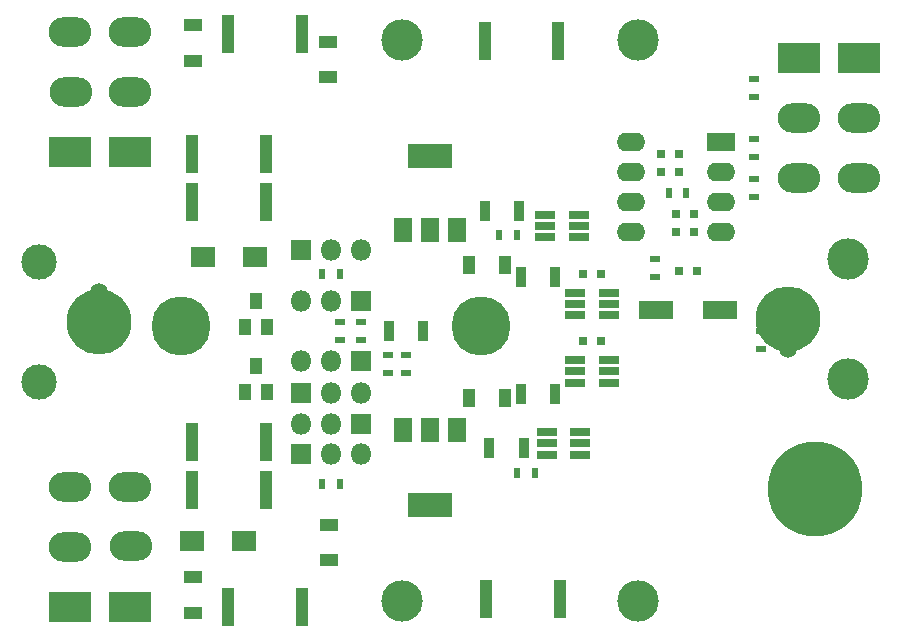
<source format=gts>
G04 #@! TF.FileFunction,Soldermask,Top*
%FSLAX46Y46*%
G04 Gerber Fmt 4.6, Leading zero omitted, Abs format (unit mm)*
G04 Created by KiCad (PCBNEW 4.0.2-stable) date 06/11/2017 10:09:17*
%MOMM*%
G01*
G04 APERTURE LIST*
%ADD10C,0.100000*%
%ADD11R,0.900000X1.700000*%
%ADD12R,2.400000X1.600000*%
%ADD13O,2.400000X1.600000*%
%ADD14R,1.660000X0.650000*%
%ADD15R,1.000000X1.600000*%
%ADD16R,0.900000X0.500000*%
%ADD17R,0.500000X0.900000*%
%ADD18R,0.800000X0.750000*%
%ADD19R,3.000000X1.600000*%
%ADD20R,1.600000X1.000000*%
%ADD21C,5.500000*%
%ADD22C,1.500000*%
%ADD23C,3.500000*%
%ADD24O,3.600000X2.500000*%
%ADD25R,3.600000X2.500000*%
%ADD26C,3.000000*%
%ADD27R,1.800000X1.800000*%
%ADD28O,1.800000X1.800000*%
%ADD29R,1.000000X3.200000*%
%ADD30C,8.000000*%
%ADD31R,2.100000X1.800000*%
%ADD32R,1.000000X1.400000*%
%ADD33R,3.800000X2.000000*%
%ADD34R,1.500000X2.000000*%
%ADD35C,5.000000*%
G04 APERTURE END LIST*
D10*
D11*
X192966000Y-186436000D03*
X190066000Y-186436000D03*
D12*
X207010000Y-165100000D03*
D13*
X199390000Y-172720000D03*
X207010000Y-167640000D03*
X199390000Y-170180000D03*
X207010000Y-170180000D03*
X199390000Y-167640000D03*
X207010000Y-172720000D03*
X199390000Y-165100000D03*
D14*
X194688000Y-183581000D03*
X194688000Y-184531000D03*
X194688000Y-185481000D03*
X197488000Y-185481000D03*
X197488000Y-183581000D03*
X197488000Y-184531000D03*
D15*
X185698000Y-186817000D03*
X188698000Y-186817000D03*
D16*
X176530000Y-180352000D03*
X176530000Y-181852000D03*
D14*
X195075000Y-191577000D03*
X195075000Y-190627000D03*
X195075000Y-189677000D03*
X192275000Y-189677000D03*
X192275000Y-191577000D03*
X192275000Y-190627000D03*
D16*
X209804000Y-159778000D03*
X209804000Y-161278000D03*
D17*
X191250000Y-193167000D03*
X189750000Y-193167000D03*
D18*
X204966000Y-176022000D03*
X203466000Y-176022000D03*
D19*
X206916000Y-179324000D03*
X201516000Y-179324000D03*
D18*
X203442000Y-167640000D03*
X201942000Y-167640000D03*
X203212000Y-171196000D03*
X204712000Y-171196000D03*
D15*
X188698000Y-175514000D03*
X185698000Y-175514000D03*
D18*
X203442000Y-166116000D03*
X201942000Y-166116000D03*
X203212000Y-172720000D03*
X204712000Y-172720000D03*
X196838000Y-176276000D03*
X195338000Y-176276000D03*
X195338000Y-181991000D03*
X196838000Y-181991000D03*
D20*
X173736000Y-159615000D03*
X173736000Y-156615000D03*
X173863000Y-200509000D03*
X173863000Y-197509000D03*
D21*
X212664000Y-180086000D03*
D22*
X212664000Y-182626000D03*
D23*
X217744000Y-185166000D03*
X217744000Y-175006000D03*
D24*
X218694000Y-168148000D03*
X218694000Y-163068000D03*
D25*
X218694000Y-157988000D03*
X213614000Y-157988000D03*
D24*
X213614000Y-163068000D03*
X213614000Y-168148000D03*
X151920000Y-155840000D03*
X152020000Y-160884000D03*
D25*
X151920000Y-166000000D03*
X157000000Y-166000000D03*
D24*
X157000000Y-160920000D03*
X157000000Y-155840000D03*
X151920000Y-194340000D03*
X151920000Y-199420000D03*
D25*
X151920000Y-204500000D03*
X157000000Y-204500000D03*
D24*
X157020000Y-199284000D03*
X157000000Y-194340000D03*
D21*
X154366000Y-180340000D03*
D22*
X154366000Y-177800000D03*
D26*
X149286000Y-175260000D03*
X149286000Y-185420000D03*
D27*
X171450000Y-174244000D03*
D28*
X173990000Y-174244000D03*
X176530000Y-174244000D03*
D27*
X171450000Y-186372500D03*
D28*
X173990000Y-186372500D03*
X176530000Y-186372500D03*
D27*
X176530000Y-178562000D03*
D28*
X173990000Y-178562000D03*
X171450000Y-178562000D03*
D27*
X176530000Y-183642000D03*
D28*
X173990000Y-183642000D03*
X171450000Y-183642000D03*
D16*
X210439000Y-182614000D03*
X210439000Y-181114000D03*
X209804000Y-169787000D03*
X209804000Y-168287000D03*
D29*
X165302000Y-155956000D03*
X171502000Y-155956000D03*
X171502000Y-204470000D03*
X165302000Y-204470000D03*
D16*
X201422000Y-175018000D03*
X201422000Y-176518000D03*
X209804000Y-166358000D03*
X209804000Y-164858000D03*
D11*
X190066000Y-176530000D03*
X192966000Y-176530000D03*
D17*
X188226000Y-172974000D03*
X189726000Y-172974000D03*
D29*
X162254000Y-170180000D03*
X168454000Y-170180000D03*
X168454000Y-190500000D03*
X162254000Y-190500000D03*
X162254000Y-166116000D03*
X168454000Y-166116000D03*
X168454000Y-194564000D03*
X162254000Y-194564000D03*
X187019000Y-156591000D03*
X193219000Y-156591000D03*
X187146000Y-203835000D03*
X193346000Y-203835000D03*
D30*
X215000000Y-194500000D03*
D23*
X200000000Y-156500000D03*
X180000000Y-156500000D03*
X200000000Y-204000000D03*
D16*
X174752000Y-180352000D03*
X174752000Y-181852000D03*
D23*
X180000000Y-204000000D03*
D20*
X162306000Y-158218000D03*
X162306000Y-155218000D03*
X162306000Y-201954000D03*
X162306000Y-204954000D03*
D31*
X163154000Y-174879000D03*
X167554000Y-174879000D03*
X166665000Y-198882000D03*
X162265000Y-198882000D03*
D32*
X166690000Y-180805000D03*
X168590000Y-180805000D03*
X167640000Y-178605000D03*
X166690000Y-186266000D03*
X168590000Y-186266000D03*
X167640000Y-184066000D03*
D33*
X182372000Y-166268000D03*
D34*
X182372000Y-172568000D03*
X184672000Y-172568000D03*
X180072000Y-172568000D03*
D33*
X182372000Y-195809000D03*
D34*
X182372000Y-189509000D03*
X180072000Y-189509000D03*
X184672000Y-189509000D03*
D17*
X204077000Y-169418000D03*
X202577000Y-169418000D03*
D11*
X181790000Y-181102000D03*
X178890000Y-181102000D03*
D16*
X178816000Y-184646000D03*
X178816000Y-183146000D03*
D14*
X194948000Y-173162000D03*
X194948000Y-172212000D03*
X194948000Y-171262000D03*
X192148000Y-171262000D03*
X192148000Y-173162000D03*
X192148000Y-172212000D03*
X194688000Y-177866000D03*
X194688000Y-178816000D03*
X194688000Y-179766000D03*
X197488000Y-179766000D03*
X197488000Y-177866000D03*
X197488000Y-178816000D03*
D27*
X176530000Y-188976000D03*
D28*
X173990000Y-188976000D03*
X171450000Y-188976000D03*
D27*
X171450000Y-191516000D03*
D28*
X173990000Y-191516000D03*
X176530000Y-191516000D03*
D16*
X180340000Y-183146000D03*
X180340000Y-184646000D03*
D17*
X174740000Y-176276000D03*
X173240000Y-176276000D03*
X174740000Y-194056000D03*
X173240000Y-194056000D03*
D35*
X161290000Y-180721000D03*
X186690000Y-180721000D03*
D11*
X187018000Y-170942000D03*
X189918000Y-170942000D03*
X190299000Y-191008000D03*
X187399000Y-191008000D03*
M02*

</source>
